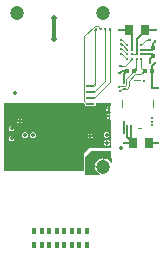
<source format=gbr>
%TF.GenerationSoftware,Altium Limited,Altium Designer,18.0.12 (696)*%
G04 Layer_Physical_Order=3*
G04 Layer_Color=16711680*
%FSLAX45Y45*%
%MOMM*%
%TF.FileFunction,Copper,L3,Bot,Signal*%
%TF.Part,Single*%
G01*
G75*
%TA.AperFunction,Conductor*%
%ADD20C,0.15000*%
%ADD21C,0.07500*%
%ADD25C,0.10000*%
%ADD26C,0.30000*%
%TA.AperFunction,ComponentPad*%
G04:AMPARAMS|DCode=29|XSize=0.3mm|YSize=0.3mm|CornerRadius=0mm|HoleSize=0mm|Usage=FLASHONLY|Rotation=180.000|XOffset=0mm|YOffset=0mm|HoleType=Round|Shape=Octagon|*
%AMOCTAGOND29*
4,1,8,-0.15000,0.07500,-0.15000,-0.07500,-0.07500,-0.15000,0.07500,-0.15000,0.15000,-0.07500,0.15000,0.07500,0.07500,0.15000,-0.07500,0.15000,-0.15000,0.07500,0.0*
%
%ADD29OCTAGOND29*%

%ADD30O,0.40000X0.60000*%
%TA.AperFunction,ViaPad*%
%ADD31C,1.20000*%
%TA.AperFunction,ComponentPad*%
G04:AMPARAMS|DCode=32|XSize=0.3mm|YSize=0.3mm|CornerRadius=0mm|HoleSize=0mm|Usage=FLASHONLY|Rotation=90.000|XOffset=0mm|YOffset=0mm|HoleType=Round|Shape=Octagon|*
%AMOCTAGOND32*
4,1,8,0.07500,0.15000,-0.07500,0.15000,-0.15000,0.07500,-0.15000,-0.07500,-0.07500,-0.15000,0.07500,-0.15000,0.15000,-0.07500,0.15000,0.07500,0.07500,0.15000,0.0*
%
%ADD32OCTAGOND32*%

%TA.AperFunction,ViaPad*%
%ADD33C,0.25000*%
%ADD35C,0.50000*%
%TA.AperFunction,BGAPad,CuDef*%
%ADD37C,0.20000*%
%TA.AperFunction,SMDPad,CuDef*%
%ADD38R,0.80000X0.25000*%
%TA.AperFunction,BGAPad,CuDef*%
%ADD39R,0.20000X0.20000*%
%TA.AperFunction,SMDPad,CuDef*%
%ADD40R,0.20000X0.11600*%
%ADD41R,0.20000X0.15000*%
%ADD42R,0.11600X0.11600*%
%ADD43R,0.80000X0.85000*%
%ADD44R,0.35000X0.30000*%
%ADD45R,0.30000X0.35000*%
%TA.AperFunction,NonConductor*%
%ADD46C,0.10000*%
G36*
X-34611Y1317800D02*
X-35112Y1317181D01*
X-35561Y1316318D01*
X-35956Y1315211D01*
X-36300Y1313861D01*
X-36590Y1312266D01*
X-37012Y1308345D01*
X-37223Y1303449D01*
X-37250Y1300635D01*
X-67250Y1301385D01*
X-67273Y1304205D01*
X-67838Y1313021D01*
X-68097Y1314609D01*
X-68403Y1315951D01*
X-68756Y1317047D01*
X-69156Y1317897D01*
X-69603Y1318500D01*
X-34611Y1317800D01*
D02*
G37*
G36*
X329739Y1255636D02*
X330621Y1254965D01*
X331565Y1254375D01*
X332570Y1253865D01*
X333635Y1253436D01*
X334761Y1253088D01*
X335949Y1252820D01*
X337196Y1252633D01*
X338505Y1252526D01*
X339875Y1252500D01*
X327501Y1240125D01*
X327475Y1241495D01*
X327368Y1242804D01*
X327180Y1244052D01*
X326912Y1245239D01*
X326564Y1246365D01*
X326135Y1247431D01*
X325625Y1248435D01*
X325035Y1249379D01*
X324365Y1250262D01*
X323614Y1251084D01*
X328917Y1256387D01*
X329739Y1255636D01*
D02*
G37*
G36*
X299771Y1227502D02*
X299308Y1227463D01*
X298795Y1227330D01*
X298233Y1227101D01*
X297620Y1226779D01*
X296958Y1226362D01*
X296246Y1225850D01*
X294672Y1224544D01*
X292899Y1222860D01*
X287595Y1228164D01*
X288175Y1228777D01*
X288666Y1229369D01*
X289069Y1229941D01*
X289383Y1230491D01*
X289610Y1231020D01*
X289747Y1231529D01*
X289796Y1232017D01*
X289757Y1232483D01*
X289630Y1232929D01*
X289414Y1233353D01*
X299771Y1227502D01*
D02*
G37*
G36*
X801073Y1221250D02*
X800767Y1221488D01*
X800339Y1221700D01*
X799787Y1221888D01*
X799113Y1222050D01*
X798317Y1222188D01*
X796358Y1222388D01*
X793908Y1222488D01*
X792500Y1222500D01*
Y1237500D01*
X793908Y1237513D01*
X798317Y1237813D01*
X799113Y1237950D01*
X799787Y1238113D01*
X800339Y1238300D01*
X800767Y1238513D01*
X801073Y1238750D01*
Y1221250D01*
D02*
G37*
G36*
X509233Y1238513D02*
X509662Y1238300D01*
X510213Y1238113D01*
X510887Y1237950D01*
X511683Y1237813D01*
X513642Y1237612D01*
X516092Y1237513D01*
X517500Y1237500D01*
Y1222500D01*
X516092Y1222488D01*
X511683Y1222188D01*
X510887Y1222050D01*
X510213Y1221888D01*
X509662Y1221700D01*
X509233Y1221488D01*
X508927Y1221250D01*
Y1238750D01*
X509233Y1238513D01*
D02*
G37*
G36*
X427800Y1230086D02*
X426950Y1229085D01*
X426200Y1228070D01*
X425550Y1227041D01*
X425000Y1225999D01*
X424550Y1224942D01*
X424200Y1223871D01*
X423950Y1222787D01*
X423800Y1221688D01*
X423750Y1220576D01*
X416250D01*
X416200Y1221688D01*
X416050Y1222787D01*
X415800Y1223871D01*
X415450Y1224942D01*
X415000Y1225999D01*
X414450Y1227041D01*
X413800Y1228070D01*
X413050Y1229085D01*
X412200Y1230086D01*
X411250Y1231073D01*
X428750D01*
X427800Y1230086D01*
D02*
G37*
G36*
X387800D02*
X386950Y1229085D01*
X386200Y1228070D01*
X385550Y1227041D01*
X385000Y1225999D01*
X384550Y1224942D01*
X384200Y1223871D01*
X383950Y1222787D01*
X383800Y1221688D01*
X383750Y1220576D01*
X376250D01*
X376200Y1221688D01*
X376050Y1222787D01*
X375800Y1223871D01*
X375450Y1224942D01*
X375000Y1225999D01*
X374450Y1227041D01*
X373800Y1228070D01*
X373050Y1229085D01*
X372200Y1230086D01*
X371250Y1231073D01*
X388750D01*
X387800Y1230086D01*
D02*
G37*
G36*
X759846Y1243575D02*
X760295Y1242300D01*
X761045Y1241175D01*
X762096Y1240200D01*
X763446Y1239375D01*
X765095Y1238700D01*
X767045Y1238175D01*
X769295Y1237800D01*
X771846Y1237575D01*
X774695Y1237500D01*
Y1222500D01*
X771846Y1222425D01*
X769295Y1222200D01*
X767045Y1221825D01*
X765095Y1221300D01*
X763446Y1220625D01*
X762096Y1219800D01*
X761045Y1218825D01*
X760295Y1217700D01*
X759846Y1216425D01*
X759695Y1215000D01*
Y1245000D01*
X759846Y1243575D01*
D02*
G37*
G36*
X540610Y1215000D02*
X540457Y1216425D01*
X539998Y1217700D01*
X539233Y1218825D01*
X538161Y1219800D01*
X536784Y1220625D01*
X535100Y1221300D01*
X533111Y1221825D01*
X530815Y1222200D01*
X528213Y1222425D01*
X525305Y1222500D01*
Y1237500D01*
X528213Y1237575D01*
X530815Y1237800D01*
X533111Y1238175D01*
X535100Y1238700D01*
X536784Y1239375D01*
X538161Y1240200D01*
X539233Y1241175D01*
X539998Y1242300D01*
X540457Y1243575D01*
X540610Y1245000D01*
Y1215000D01*
D02*
G37*
G36*
X701518Y1188110D02*
X700379Y1188928D01*
X699021Y1189321D01*
X697446Y1189291D01*
X695652Y1188836D01*
X693640Y1187957D01*
X691409Y1186654D01*
X688961Y1184927D01*
X686294Y1182775D01*
X680305Y1177198D01*
X669699Y1187805D01*
X672699Y1190908D01*
X677427Y1196460D01*
X679154Y1198909D01*
X680458Y1201139D01*
X681337Y1203152D01*
X681791Y1204946D01*
X681822Y1206521D01*
X681428Y1207879D01*
X680610Y1209018D01*
X701518Y1188110D01*
D02*
G37*
G36*
X-37250Y1191865D02*
X-37226Y1189045D01*
X-36662Y1180229D01*
X-36403Y1178641D01*
X-36097Y1177299D01*
X-35744Y1176203D01*
X-35344Y1175353D01*
X-34896Y1174750D01*
X-69889Y1175450D01*
X-69388Y1176069D01*
X-68939Y1176932D01*
X-68543Y1178039D01*
X-68200Y1179390D01*
X-67910Y1180984D01*
X-67487Y1184905D01*
X-67276Y1189801D01*
X-67250Y1192615D01*
X-37250Y1191865D01*
D02*
G37*
G36*
X619695Y1187805D02*
X618328Y1187655D01*
X617105Y1187205D01*
X616026Y1186455D01*
X615090Y1185405D01*
X614299Y1184055D01*
X613651Y1182405D01*
X613147Y1180455D01*
X612788Y1178205D01*
X612572Y1175655D01*
X612500Y1172805D01*
X597500D01*
X597425Y1175699D01*
X597200Y1178290D01*
X596825Y1180578D01*
X596300Y1182563D01*
X595625Y1184245D01*
X594800Y1185624D01*
X593825Y1186700D01*
X592700Y1187473D01*
X591425Y1187943D01*
X590000Y1188110D01*
X619695Y1187805D01*
D02*
G37*
G36*
X752543Y1139969D02*
X751691Y1140555D01*
X750796Y1141080D01*
X749859Y1141543D01*
X748879Y1141945D01*
X747857Y1142284D01*
X746792Y1142562D01*
X745685Y1142779D01*
X744534Y1142933D01*
X743342Y1143025D01*
X742107Y1143056D01*
X740380Y1153056D01*
X741635Y1153098D01*
X742821Y1153224D01*
X743938Y1153434D01*
X744986Y1153728D01*
X745965Y1154106D01*
X746874Y1154568D01*
X747715Y1155114D01*
X748486Y1155744D01*
X749188Y1156458D01*
X749822Y1157255D01*
X752543Y1139969D01*
D02*
G37*
G36*
X521372Y1155343D02*
X522675Y1153484D01*
X524359Y1151381D01*
X527603Y1147771D01*
X530244Y1145061D01*
X526173Y1138525D01*
X525284Y1139336D01*
X524393Y1139994D01*
X523500Y1140500D01*
X522603Y1140853D01*
X521705Y1141053D01*
X520804Y1141101D01*
X519900Y1140996D01*
X518994Y1140738D01*
X518085Y1140327D01*
X517174Y1139764D01*
X520865Y1156182D01*
X521372Y1155343D01*
D02*
G37*
G36*
X801821Y1122630D02*
X801583Y1122550D01*
X801260Y1122368D01*
X800850Y1122084D01*
X800355Y1121697D01*
X798356Y1119922D01*
X795585Y1117225D01*
X782851Y1125705D01*
X783829Y1126707D01*
X786102Y1129341D01*
X786640Y1130094D01*
X787067Y1130786D01*
X787383Y1131415D01*
X787590Y1131982D01*
X787687Y1132487D01*
X787673Y1132929D01*
X801821Y1122630D01*
D02*
G37*
G36*
X652599Y1111501D02*
X637401D01*
X637420Y1111673D01*
X637436Y1112143D01*
X637500Y1126616D01*
X652500D01*
X652599Y1111501D01*
D02*
G37*
G36*
X612599D02*
X597400D01*
X597419Y1111673D01*
X597436Y1112143D01*
X597500Y1126616D01*
X612500D01*
X612599Y1111501D01*
D02*
G37*
G36*
X556643Y1118715D02*
X557522Y1117994D01*
X558431Y1117350D01*
X559370Y1116783D01*
X560339Y1116292D01*
X561337Y1115877D01*
X562365Y1115539D01*
X563422Y1115276D01*
X564509Y1115091D01*
X565626Y1114982D01*
X555019Y1104375D01*
X554910Y1105492D01*
X554725Y1106579D01*
X554463Y1107637D01*
X554124Y1108664D01*
X553710Y1109662D01*
X553218Y1110631D01*
X552651Y1111570D01*
X552007Y1112479D01*
X551286Y1113358D01*
X550490Y1114208D01*
X555793Y1119511D01*
X556643Y1118715D01*
D02*
G37*
G36*
X701730Y1114660D02*
X700547Y1113436D01*
X698515Y1111073D01*
X697666Y1109935D01*
X696929Y1108826D01*
X696303Y1107745D01*
X695789Y1106693D01*
X695387Y1105671D01*
X695096Y1104677D01*
X694916Y1103712D01*
X683710Y1114918D01*
X684675Y1115097D01*
X685669Y1115388D01*
X686692Y1115791D01*
X687744Y1116305D01*
X688824Y1116930D01*
X689933Y1117668D01*
X691072Y1118516D01*
X693434Y1120548D01*
X694659Y1121732D01*
X701730Y1114660D01*
D02*
G37*
G36*
X521372Y1115343D02*
X522675Y1113484D01*
X524359Y1111381D01*
X527603Y1107771D01*
X530244Y1105061D01*
X526173Y1098525D01*
X525284Y1099336D01*
X524393Y1099994D01*
X523500Y1100500D01*
X522603Y1100853D01*
X521705Y1101053D01*
X520804Y1101101D01*
X519900Y1100996D01*
X518994Y1100738D01*
X518085Y1100327D01*
X517174Y1099764D01*
X520865Y1116182D01*
X521372Y1115343D01*
D02*
G37*
G36*
X792572Y1104345D02*
X792788Y1101795D01*
X793148Y1099545D01*
X793652Y1097595D01*
X794299Y1095945D01*
X795091Y1094595D01*
X796026Y1093545D01*
X797105Y1092795D01*
X798329Y1092345D01*
X799696Y1092195D01*
X770305D01*
X771672Y1092345D01*
X772896Y1092795D01*
X773975Y1093545D01*
X774910Y1094595D01*
X775702Y1095945D01*
X776349Y1097595D01*
X776853Y1099545D01*
X777213Y1101795D01*
X777428Y1104345D01*
X777501Y1107195D01*
X792500D01*
X792572Y1104345D01*
D02*
G37*
G36*
X650248Y1099492D02*
X650196Y1098990D01*
X650192Y1098901D01*
X652924D01*
X652369Y1098092D01*
X651871Y1097183D01*
X651433Y1096176D01*
X651053Y1095068D01*
X650731Y1093862D01*
X650468Y1092556D01*
X650263Y1091151D01*
X650032Y1088080D01*
X650000Y1084410D01*
X640000D01*
X639911Y1088836D01*
X639737Y1091151D01*
X639532Y1092556D01*
X639269Y1093862D01*
X638947Y1095068D01*
X638567Y1096176D01*
X638129Y1097183D01*
X637631Y1098092D01*
X637076Y1098901D01*
X639709D01*
X639693Y1099700D01*
X650307D01*
X650248Y1099492D01*
D02*
G37*
G36*
X610248Y1099492D02*
X610196Y1098990D01*
X610192Y1098901D01*
X612924D01*
X612368Y1098092D01*
X611871Y1097183D01*
X611433Y1096176D01*
X611052Y1095068D01*
X610731Y1093862D01*
X610468Y1092556D01*
X610263Y1091151D01*
X610032Y1088080D01*
X610000Y1084410D01*
X600000D01*
X599911Y1088836D01*
X599737Y1091151D01*
X599532Y1092556D01*
X599269Y1093862D01*
X598947Y1095068D01*
X598567Y1096176D01*
X598128Y1097183D01*
X597631Y1098092D01*
X597076Y1098901D01*
X599709D01*
X599693Y1099700D01*
X610307D01*
X610248Y1099492D01*
D02*
G37*
G36*
X650029Y1081959D02*
X650263Y1078851D01*
X650468Y1077446D01*
X650731Y1076141D01*
X651053Y1074934D01*
X651433Y1073827D01*
X651871Y1072819D01*
X652369Y1071911D01*
X652924Y1071101D01*
X637076D01*
X637631Y1071911D01*
X638129Y1072819D01*
X638567Y1073827D01*
X638947Y1074934D01*
X639269Y1076141D01*
X639532Y1077446D01*
X639737Y1078851D01*
X639971Y1081959D01*
X640000Y1083662D01*
X650000D01*
X650029Y1081959D01*
D02*
G37*
G36*
X610029D02*
X610263Y1078851D01*
X610468Y1077446D01*
X610731Y1076141D01*
X611052Y1074934D01*
X611433Y1073827D01*
X611871Y1072819D01*
X612368Y1071911D01*
X612924Y1071101D01*
X597076D01*
X597631Y1071911D01*
X598128Y1072819D01*
X598567Y1073827D01*
X598947Y1074934D01*
X599269Y1076141D01*
X599532Y1077446D01*
X599737Y1078851D01*
X599971Y1081959D01*
X600000Y1083662D01*
X610000D01*
X610029Y1081959D01*
D02*
G37*
G36*
X556643Y1078715D02*
X557522Y1077995D01*
X558431Y1077350D01*
X559370Y1076783D01*
X560339Y1076292D01*
X561337Y1075877D01*
X562365Y1075539D01*
X563422Y1075276D01*
X564509Y1075091D01*
X565626Y1074982D01*
X555019Y1064375D01*
X554910Y1065492D01*
X554725Y1066579D01*
X554463Y1067637D01*
X554124Y1068664D01*
X553710Y1069663D01*
X553218Y1070631D01*
X552651Y1071570D01*
X552007Y1072479D01*
X551286Y1073358D01*
X550490Y1074208D01*
X555793Y1079511D01*
X556643Y1078715D01*
D02*
G37*
G36*
X521372Y1075343D02*
X522675Y1073484D01*
X524359Y1071381D01*
X527603Y1067771D01*
X530244Y1065061D01*
X526173Y1058525D01*
X525284Y1059336D01*
X524393Y1059994D01*
X523500Y1060500D01*
X522603Y1060853D01*
X521705Y1061053D01*
X520804Y1061101D01*
X519900Y1060996D01*
X518994Y1060738D01*
X518085Y1060327D01*
X517174Y1059764D01*
X520865Y1076182D01*
X521372Y1075343D01*
D02*
G37*
G36*
X770305Y1057805D02*
X770155Y1057747D01*
X769705Y1057695D01*
X768955Y1057650D01*
X755305Y1057500D01*
Y1072501D01*
X758195Y1072575D01*
X760782Y1072800D01*
X763068Y1073175D01*
X765051Y1073700D01*
X766733Y1074375D01*
X768112Y1075200D01*
X769189Y1076175D01*
X769965Y1077300D01*
X770438Y1078575D01*
X770610Y1080000D01*
X770305Y1057805D01*
D02*
G37*
G36*
X691672Y1072582D02*
X692142Y1072565D01*
X706615Y1072501D01*
X706613Y1057500D01*
X691500Y1057401D01*
X691500Y1072601D01*
X691672Y1072582D01*
D02*
G37*
G36*
X652369Y1058092D02*
X651871Y1057184D01*
X651433Y1056176D01*
X651053Y1055069D01*
X650731Y1053862D01*
X650468Y1052556D01*
X650263Y1051152D01*
X650029Y1048044D01*
X650000Y1046341D01*
X640000D01*
X639971Y1048044D01*
X639737Y1051152D01*
X639532Y1052556D01*
X639269Y1053862D01*
X638947Y1055069D01*
X638567Y1056176D01*
X638129Y1057184D01*
X637631Y1058092D01*
X637076Y1058901D01*
X652924D01*
X652369Y1058092D01*
D02*
G37*
G36*
X556643Y1038715D02*
X557522Y1037994D01*
X558431Y1037350D01*
X559370Y1036783D01*
X560339Y1036292D01*
X561337Y1035877D01*
X562365Y1035538D01*
X563422Y1035276D01*
X564509Y1035091D01*
X565626Y1034982D01*
X555019Y1024375D01*
X554910Y1025492D01*
X554725Y1026579D01*
X554463Y1027637D01*
X554124Y1028664D01*
X553710Y1029662D01*
X553218Y1030631D01*
X552651Y1031570D01*
X552007Y1032479D01*
X551286Y1033358D01*
X550490Y1034208D01*
X555793Y1039511D01*
X556643Y1038715D01*
D02*
G37*
G36*
X521372Y1035343D02*
X522675Y1033484D01*
X524359Y1031381D01*
X527603Y1027771D01*
X530244Y1025061D01*
X526173Y1018525D01*
X525284Y1019336D01*
X524393Y1019994D01*
X523500Y1020500D01*
X522603Y1020853D01*
X521705Y1021053D01*
X520804Y1021101D01*
X519900Y1020996D01*
X518994Y1020738D01*
X518085Y1020327D01*
X517174Y1019764D01*
X520865Y1036182D01*
X521372Y1035343D01*
D02*
G37*
G36*
X650029Y1041959D02*
X650263Y1038851D01*
X650468Y1037446D01*
X650731Y1036140D01*
X651053Y1034934D01*
X651433Y1033827D01*
X651871Y1032819D01*
X652369Y1031911D01*
X652924Y1031101D01*
X638900D01*
Y1017077D01*
X638091Y1017633D01*
X637182Y1018130D01*
X636174Y1018568D01*
X635067Y1018949D01*
X633861Y1019270D01*
X632555Y1019533D01*
X631150Y1019738D01*
X628042Y1019972D01*
X626340Y1020001D01*
Y1030001D01*
X628042Y1030030D01*
X631150Y1030264D01*
X632555Y1030469D01*
X633861Y1030732D01*
X635067Y1031054D01*
X636174Y1031434D01*
X637182Y1031873D01*
X637794Y1032207D01*
X638129Y1032819D01*
X638567Y1033827D01*
X638947Y1034934D01*
X639269Y1036140D01*
X639532Y1037446D01*
X639737Y1038851D01*
X639971Y1041959D01*
X640000Y1043661D01*
X650000D01*
X650029Y1041959D01*
D02*
G37*
G36*
X611909Y1032370D02*
X612818Y1031873D01*
X613826Y1031434D01*
X614933Y1031054D01*
X616139Y1030732D01*
X617445Y1030469D01*
X618850Y1030264D01*
X621957Y1030030D01*
X623660Y1030001D01*
Y1020001D01*
X621957Y1019972D01*
X618850Y1019738D01*
X617445Y1019533D01*
X616139Y1019270D01*
X614933Y1018949D01*
X613826Y1018568D01*
X612818Y1018130D01*
X611909Y1017633D01*
X611100Y1017077D01*
Y1032925D01*
X611909Y1032370D01*
D02*
G37*
G36*
X692078Y1032215D02*
X692668Y1032084D01*
X693539Y1031968D01*
X696127Y1031783D01*
X707522Y1031591D01*
X705409Y1016591D01*
X691216Y1017168D01*
X691770Y1032361D01*
X692078Y1032215D01*
D02*
G37*
G36*
X770579Y1011418D02*
X771337Y1013152D01*
X771791Y1014946D01*
X771822Y1016521D01*
X771428Y1017879D01*
X770610Y1019018D01*
X775464Y1014165D01*
X775483Y1014232D01*
X775561Y1014606D01*
X775483Y1014979D01*
X775333Y1015501D01*
X775163Y1015920D01*
X774973Y1016238D01*
X775783D01*
X775883Y1017338D01*
X775963Y1019503D01*
X775973Y1020739D01*
X785973D01*
X785982Y1019503D01*
X786182Y1016238D01*
X786972D01*
X786782Y1015920D01*
X786612Y1015501D01*
X786462Y1014979D01*
X786384Y1014606D01*
X786462Y1014232D01*
X786612Y1013710D01*
X786782Y1013291D01*
X786972Y1012973D01*
X786163D01*
X786062Y1011873D01*
X785982Y1009708D01*
X785973Y1008472D01*
X781156D01*
X791518Y998110D01*
X790379Y998928D01*
X789022Y999322D01*
X787446Y999291D01*
X785652Y998837D01*
X783640Y997958D01*
X781409Y996654D01*
X778961Y994927D01*
X776294Y992775D01*
X770305Y987199D01*
X759699Y997805D01*
X762699Y1000909D01*
X767427Y1006461D01*
X769154Y1008909D01*
X770305Y1010878D01*
X769966Y1011791D01*
X769191Y1012916D01*
X768114Y1013891D01*
X766734Y1014716D01*
X765053Y1015391D01*
X763069Y1015916D01*
X760783Y1016291D01*
X758195Y1016516D01*
X755305Y1016591D01*
Y1031591D01*
X770305Y1032195D01*
X770579Y1011418D01*
D02*
G37*
G36*
X556643Y998715D02*
X557522Y997994D01*
X558431Y997350D01*
X559370Y996783D01*
X560339Y996292D01*
X561337Y995877D01*
X562365Y995539D01*
X563422Y995276D01*
X564509Y995091D01*
X565626Y994982D01*
X555019Y984375D01*
X554910Y985492D01*
X554725Y986579D01*
X554463Y987637D01*
X554124Y988664D01*
X553710Y989662D01*
X553218Y990631D01*
X552651Y991570D01*
X552007Y992479D01*
X551286Y993358D01*
X550490Y994208D01*
X555793Y999511D01*
X556643Y998715D01*
D02*
G37*
G36*
X606290Y975085D02*
X605324Y974905D01*
X604331Y974615D01*
X603308Y974212D01*
X602256Y973698D01*
X601176Y973072D01*
X600066Y972335D01*
X598928Y971486D01*
X596565Y969454D01*
X595341Y968271D01*
X588270Y975342D01*
X589453Y976567D01*
X591485Y978930D01*
X592334Y980068D01*
X593071Y981177D01*
X593696Y982258D01*
X594210Y983309D01*
X594613Y984332D01*
X594904Y985326D01*
X595083Y986291D01*
X606290Y975085D01*
D02*
G37*
G36*
X691788Y977520D02*
X691150Y976620D01*
X690587Y975687D01*
X690100Y974721D01*
X689687Y973722D01*
X689350Y972690D01*
X689088Y971625D01*
X688900Y970526D01*
X688788Y969395D01*
X688750Y968231D01*
X681250D01*
X681212Y969395D01*
X681100Y970526D01*
X680912Y971625D01*
X680650Y972690D01*
X680312Y973722D01*
X679900Y974721D01*
X679412Y975687D01*
X678850Y976620D01*
X678212Y977520D01*
X677500Y978387D01*
X692500D01*
X691788Y977520D01*
D02*
G37*
G36*
X764444Y969571D02*
X764450Y968149D01*
X764821Y961921D01*
X764920Y961564D01*
X765032Y961339D01*
X747745Y964060D01*
X748068Y964364D01*
X748357Y964789D01*
X748612Y965336D01*
X748833Y966005D01*
X749020Y966796D01*
X749172Y967708D01*
X749376Y969900D01*
X749428Y971178D01*
X749444Y972579D01*
X764444Y969571D01*
D02*
G37*
G36*
X800942Y937536D02*
X800625Y937463D01*
X800230Y937289D01*
X799759Y937011D01*
X799212Y936632D01*
X797887Y935565D01*
X796255Y934089D01*
X794317Y932203D01*
X782570Y941668D01*
X783551Y942671D01*
X785852Y945295D01*
X786405Y946041D01*
X786850Y946723D01*
X787187Y947341D01*
X787418Y947895D01*
X787541Y948384D01*
X787557Y948809D01*
X800942Y937536D01*
D02*
G37*
G36*
X514689Y933038D02*
X515505Y932400D01*
X516374Y931838D01*
X517296Y931350D01*
X518273Y930938D01*
X519302Y930600D01*
X520386Y930338D01*
X521522Y930150D01*
X522713Y930038D01*
X523957Y930000D01*
Y920000D01*
X522713Y919963D01*
X521522Y919850D01*
X520386Y919663D01*
X519302Y919400D01*
X518273Y919063D01*
X517296Y918650D01*
X516374Y918163D01*
X515505Y917600D01*
X514689Y916963D01*
X513927Y916250D01*
Y933750D01*
X514689Y933038D01*
D02*
G37*
G36*
X783185Y911788D02*
X783410Y909186D01*
X783785Y906890D01*
X784310Y904900D01*
X784985Y903217D01*
X785810Y901839D01*
X786785Y900768D01*
X787910Y900003D01*
X789185Y899544D01*
X790610Y899391D01*
X760610D01*
X762035Y899544D01*
X763310Y900003D01*
X764435Y900768D01*
X765410Y901839D01*
X766235Y903217D01*
X766910Y904900D01*
X767435Y906890D01*
X767810Y909186D01*
X768035Y911788D01*
X768110Y914695D01*
X783110D01*
X783185Y911788D01*
D02*
G37*
G36*
X642195Y899695D02*
X631190Y899391D01*
X631902Y899487D01*
X632540Y899736D01*
X633103Y900137D01*
X633590Y900689D01*
X634003Y901394D01*
X634340Y902250D01*
X634602Y903259D01*
X634790Y904419D01*
X634902Y905731D01*
X634940Y907196D01*
X642440D01*
X642195Y899695D01*
D02*
G37*
G36*
X699343Y903514D02*
X702101Y901180D01*
X703321Y900332D01*
X704434Y899695D01*
X705442Y899271D01*
X706344Y899059D01*
X707139D01*
X707829Y899271D01*
X708412Y899695D01*
X697805Y889089D01*
X698229Y889672D01*
X698442Y890361D01*
Y891157D01*
X698229Y892059D01*
X697805Y893066D01*
X697169Y894180D01*
X696320Y895400D01*
X695260Y896726D01*
X692502Y899695D01*
X697805Y904999D01*
X699343Y903514D01*
D02*
G37*
G36*
X517772Y869416D02*
X516771Y868406D01*
X512629Y863741D01*
X512447Y863417D01*
X512367Y863180D01*
X502068Y877328D01*
X502510Y877314D01*
X503015Y877410D01*
X503582Y877617D01*
X504212Y877934D01*
X504903Y878361D01*
X505657Y878898D01*
X507350Y880303D01*
X508290Y881171D01*
X509293Y882150D01*
X517772Y869416D01*
D02*
G37*
G36*
X708412Y870305D02*
X707829Y870729D01*
X707139Y870942D01*
X706344D01*
X705442Y870729D01*
X704434Y870305D01*
X703321Y869669D01*
X702101Y868820D01*
X700775Y867760D01*
X697805Y865002D01*
X692502Y870305D01*
X693987Y871843D01*
X696320Y874601D01*
X697169Y875821D01*
X697805Y876934D01*
X698229Y877942D01*
X698442Y878844D01*
Y879639D01*
X698229Y880328D01*
X697805Y880912D01*
X708412Y870305D01*
D02*
G37*
G36*
X617858D02*
X617299Y870754D01*
X616629Y870986D01*
X615847Y871000D01*
X614954Y870796D01*
X613949Y870374D01*
X612833Y869735D01*
X611605Y868878D01*
X610265Y867804D01*
X607251Y865002D01*
X602502Y870860D01*
X603962Y872373D01*
X606262Y875097D01*
X607102Y876309D01*
X607736Y877419D01*
X608163Y878430D01*
X608383Y879340D01*
X608397Y880149D01*
X608205Y880858D01*
X607805Y881466D01*
X617858Y870305D01*
D02*
G37*
G36*
X547805Y883563D02*
X548654Y885579D01*
X549078Y887382D01*
Y888973D01*
X548654Y890352D01*
X547805Y891518D01*
X569018Y870305D01*
X567852Y871154D01*
X566473Y871578D01*
X564882D01*
X563079Y871154D01*
X561064Y870305D01*
X558836Y869032D01*
X556397Y867335D01*
X553745Y865214D01*
X547805Y859699D01*
X537199Y870305D01*
X540169Y873381D01*
X542612Y876268D01*
X542405Y876349D01*
X540455Y876853D01*
X538205Y877212D01*
X535655Y877428D01*
X532805Y877500D01*
Y892500D01*
X535655Y892572D01*
X538205Y892788D01*
X540455Y893148D01*
X542405Y893652D01*
X544055Y894299D01*
X545405Y895090D01*
X546455Y896026D01*
X547205Y897105D01*
X547655Y898328D01*
X547805Y899695D01*
Y883563D01*
D02*
G37*
G36*
X786875Y870457D02*
X785600Y869998D01*
X784475Y869232D01*
X783500Y868161D01*
X782675Y866784D01*
X782000Y865100D01*
X781475Y863111D01*
X781100Y860815D01*
X780875Y858213D01*
X780800Y855305D01*
X765800D01*
X765725Y858213D01*
X765500Y860815D01*
X765125Y863111D01*
X764600Y865100D01*
X763925Y866784D01*
X763100Y868161D01*
X762125Y869232D01*
X761000Y869998D01*
X759725Y870457D01*
X758300Y870610D01*
X788300D01*
X786875Y870457D01*
D02*
G37*
G36*
X542522Y803845D02*
X543049Y795445D01*
X543291Y794095D01*
X543576Y793045D01*
X543905Y792295D01*
X544278Y791845D01*
X544695Y791695D01*
X525305D01*
X525722Y791845D01*
X526095Y792295D01*
X526425Y793045D01*
X526710Y794095D01*
X526951Y795445D01*
X527149Y797095D01*
X527412Y801295D01*
X527500Y806695D01*
X542500D01*
X542522Y803845D01*
D02*
G37*
G36*
X781296Y775370D02*
X761905D01*
X762645Y775520D01*
X763307Y775970D01*
X763892Y776720D01*
X764398Y777770D01*
X764827Y779120D01*
X765177Y780770D01*
X765450Y782720D01*
X765644Y784970D01*
X765800Y790370D01*
X780800D01*
X781296Y775370D01*
D02*
G37*
G36*
X293692Y767195D02*
X282747Y766890D01*
X283459Y766987D01*
X284097Y767236D01*
X284660Y767637D01*
X285147Y768189D01*
X285559Y768894D01*
X285897Y769750D01*
X286159Y770758D01*
X286347Y771919D01*
X286459Y773231D01*
X286497Y774695D01*
X293997D01*
X293692Y767195D01*
D02*
G37*
G36*
X548980Y756319D02*
X548166Y756314D01*
X545381Y756127D01*
X545081Y756058D01*
X544867Y755977D01*
X544738Y755887D01*
X544695Y755785D01*
Y763515D01*
X544738Y763573D01*
X544867Y763624D01*
X545081Y763670D01*
X545381Y763710D01*
X546238Y763771D01*
X548980Y763819D01*
Y756319D01*
D02*
G37*
G36*
X525305Y752525D02*
X525230Y752856D01*
X525005Y753153D01*
X524630Y753415D01*
X524105Y753641D01*
X523430Y753833D01*
X522605Y753990D01*
X521630Y754113D01*
X519230Y754252D01*
X517805Y754270D01*
Y761770D01*
X519230Y761787D01*
X522605Y762049D01*
X523430Y762206D01*
X524105Y762398D01*
X524630Y762625D01*
X525005Y762886D01*
X525230Y763183D01*
X525305Y763515D01*
Y752525D01*
D02*
G37*
G36*
X817368Y730100D02*
X817128Y730228D01*
X816757Y730342D01*
X816255Y730443D01*
X815622Y730530D01*
X813962Y730665D01*
X809068Y730772D01*
X806413Y745772D01*
X807814Y745789D01*
X811287Y746038D01*
X812202Y746187D01*
X812995Y746370D01*
X813666Y746586D01*
X814215Y746835D01*
X814643Y747117D01*
X814950Y747432D01*
X817368Y730100D01*
D02*
G37*
G36*
X544770Y741788D02*
X544995Y741150D01*
X545371Y740588D01*
X545895Y740100D01*
X546570Y739688D01*
X547395Y739350D01*
X548371Y739088D01*
X549495Y738900D01*
X550771Y738788D01*
X552195Y738750D01*
Y731250D01*
X550771Y731212D01*
X549495Y731100D01*
X548371Y730912D01*
X547395Y730650D01*
X546570Y730312D01*
X545895Y729900D01*
X545371Y729413D01*
X544995Y728850D01*
X544770Y728212D01*
X544695Y727500D01*
Y742500D01*
X544770Y741788D01*
D02*
G37*
G36*
X781446Y746151D02*
X781896Y746071D01*
X782646Y746001D01*
X786696Y745847D01*
X796296Y745772D01*
Y730772D01*
X793446Y730733D01*
X786696Y730145D01*
X785046Y729792D01*
X783696Y729360D01*
X782646Y728850D01*
X781896Y728262D01*
X781446Y727595D01*
X781296Y726849D01*
Y746240D01*
X781446Y746151D01*
D02*
G37*
G36*
X298996Y717195D02*
X297480Y715630D01*
X295086Y712836D01*
X294207Y711606D01*
X293540Y710490D01*
X293085Y709485D01*
X292842Y708593D01*
X292812Y707812D01*
X292994Y707144D01*
X293388Y706588D01*
X283086Y716890D01*
X283642Y716497D01*
X284310Y716315D01*
X285090Y716345D01*
X285982Y716588D01*
X286987Y717043D01*
X288104Y717710D01*
X289333Y718589D01*
X290674Y719680D01*
X293692Y722498D01*
X298996Y717195D01*
D02*
G37*
G36*
X517637Y723583D02*
X516885Y722761D01*
X516215Y721879D01*
X515625Y720935D01*
X515115Y719930D01*
X514686Y718865D01*
X514338Y717739D01*
X514070Y716552D01*
X513882Y715304D01*
X513775Y713995D01*
X513749Y712625D01*
X501375Y724999D01*
X502745Y725025D01*
X504054Y725132D01*
X505302Y725320D01*
X506489Y725588D01*
X507615Y725936D01*
X508680Y726365D01*
X509685Y726875D01*
X510629Y727465D01*
X511511Y728135D01*
X512333Y728887D01*
X517637Y723583D01*
D02*
G37*
G36*
X298996Y667195D02*
X297480Y665630D01*
X295086Y662836D01*
X294207Y661606D01*
X293540Y660490D01*
X293085Y659485D01*
X292842Y658593D01*
X292812Y657813D01*
X292994Y657144D01*
X293388Y656588D01*
X283086Y666890D01*
X283642Y666497D01*
X284310Y666315D01*
X285090Y666345D01*
X285982Y666588D01*
X286987Y667043D01*
X288104Y667710D01*
X289333Y668589D01*
X290674Y669680D01*
X293692Y672499D01*
X298996Y667195D01*
D02*
G37*
G36*
X215867Y620983D02*
X218662Y618589D01*
X219891Y617710D01*
X221007Y617043D01*
X222012Y616588D01*
X222905Y616345D01*
X223685Y616315D01*
X224353Y616497D01*
X224909Y616890D01*
X214607Y606588D01*
X215001Y607144D01*
X215182Y607812D01*
X215152Y608593D01*
X214909Y609485D01*
X214454Y610490D01*
X213787Y611606D01*
X212909Y612835D01*
X211817Y614177D01*
X208999Y617195D01*
X214302Y622498D01*
X215867Y620983D01*
D02*
G37*
G36*
X197295Y614000D02*
X206489Y606588D01*
X206497Y606568D01*
Y585000D01*
X301497D01*
Y614000D01*
X431881D01*
Y593105D01*
X419181Y586317D01*
X417869Y587193D01*
X416590Y587448D01*
Y565999D01*
Y544550D01*
X417869Y544805D01*
X427797Y537457D01*
X428518Y534537D01*
X428174Y530211D01*
X422500Y526205D01*
Y500000D01*
Y475856D01*
X429956Y471286D01*
X431881Y468944D01*
Y237482D01*
X422888Y228514D01*
X244129Y229000D01*
X200000Y184871D01*
X200000Y36000D01*
X130118D01*
X125001Y38119D01*
X-92501D01*
X-97618Y36000D01*
X-478250Y35999D01*
Y614000D01*
X197295Y614000D01*
D02*
G37*
G36*
X544278Y432294D02*
X543905Y431844D01*
X543576Y431094D01*
X543291Y430044D01*
X543049Y428694D01*
X542851Y427044D01*
X542588Y422844D01*
X542500Y417444D01*
X527500D01*
X527478Y420294D01*
X526951Y428694D01*
X526710Y430044D01*
X526425Y431094D01*
X526095Y431844D01*
X525722Y432294D01*
X525305Y432444D01*
X544695D01*
X544278Y432294D01*
D02*
G37*
G36*
X608809Y408354D02*
X608435Y407904D01*
X608106Y407154D01*
X607821Y406104D01*
X607579Y404754D01*
X607382Y403104D01*
X607118Y398904D01*
X607031Y393504D01*
X592030D01*
X592008Y396354D01*
X591482Y404754D01*
X591240Y406104D01*
X590955Y407154D01*
X590625Y407904D01*
X590252Y408354D01*
X589835Y408504D01*
X609226D01*
X608809Y408354D01*
D02*
G37*
G36*
X569979D02*
X569605Y407904D01*
X569276Y407154D01*
X568991Y406104D01*
X568749Y404754D01*
X568552Y403104D01*
X568288Y398904D01*
X568201Y393504D01*
X553200D01*
X553178Y396354D01*
X552652Y404754D01*
X552410Y406104D01*
X552125Y407154D01*
X551795Y407904D01*
X551422Y408354D01*
X551005Y408504D01*
X570396D01*
X569979Y408354D01*
D02*
G37*
G36*
X542513Y374092D02*
X542813Y369683D01*
X542950Y368887D01*
X543113Y368213D01*
X543300Y367662D01*
X543513Y367233D01*
X543750Y366927D01*
X526250D01*
X526488Y367233D01*
X526700Y367662D01*
X526888Y368213D01*
X527050Y368887D01*
X527188Y369683D01*
X527388Y371642D01*
X527488Y374092D01*
X527500Y375500D01*
X542500D01*
X542513Y374092D01*
D02*
G37*
G36*
X607105Y331037D02*
X607331Y328435D01*
X607705Y326140D01*
X608230Y324150D01*
X608905Y322467D01*
X609730Y321089D01*
X610705Y320018D01*
X611830Y319253D01*
X613105Y318794D01*
X614530Y318640D01*
X590527D01*
X572055Y295232D01*
X572791Y296511D01*
X573128Y297978D01*
X573065Y299631D01*
X572603Y301472D01*
X571743Y303500D01*
X570482Y305714D01*
X568823Y308116D01*
X566764Y310705D01*
X564306Y313482D01*
X561448Y316445D01*
X569555Y329552D01*
X572743Y326470D01*
X578409Y321653D01*
X580886Y319918D01*
X583126Y318633D01*
X585128Y317797D01*
X586894Y317410D01*
X588422Y317473D01*
X589714Y317984D01*
X590434Y318640D01*
X584530D01*
X585955Y318794D01*
X587230Y319253D01*
X588355Y320018D01*
X589331Y321089D01*
X590156Y322467D01*
X590830Y324150D01*
X591355Y326140D01*
X591730Y328435D01*
X591955Y331037D01*
X592030Y333945D01*
X607031D01*
X607105Y331037D01*
D02*
G37*
G36*
X572055Y261750D02*
X571905Y263175D01*
X571455Y264450D01*
X570705Y265575D01*
X569655Y266550D01*
X568305Y267375D01*
X566655Y268050D01*
X564705Y268575D01*
X562455Y268950D01*
X559905Y269175D01*
X557104Y269249D01*
X555842Y269237D01*
X551433Y268937D01*
X550637Y268800D01*
X549963Y268638D01*
X549412Y268450D01*
X548983Y268237D01*
X548677Y268000D01*
Y285500D01*
X548983Y285263D01*
X549412Y285050D01*
X549963Y284863D01*
X550637Y284700D01*
X551433Y284563D01*
X553392Y284362D01*
X555842Y284263D01*
X557104Y284251D01*
X559905Y284325D01*
X562455Y284550D01*
X564705Y284925D01*
X566655Y285450D01*
X568305Y286125D01*
X569655Y286950D01*
X570705Y287925D01*
X571455Y289050D01*
X571905Y290325D01*
X572055Y291750D01*
Y261750D01*
D02*
G37*
G36*
X817323Y268000D02*
X817017Y268237D01*
X816588Y268450D01*
X816037Y268638D01*
X815363Y268800D01*
X814567Y268937D01*
X812608Y269138D01*
X810158Y269237D01*
X808750Y269250D01*
Y284250D01*
X810158Y284263D01*
X814567Y284563D01*
X815363Y284700D01*
X816037Y284863D01*
X816588Y285050D01*
X817017Y285263D01*
X817323Y285500D01*
Y268000D01*
D02*
G37*
G36*
X791294Y290325D02*
X791753Y289050D01*
X792518Y287925D01*
X793589Y286950D01*
X794967Y286125D01*
X796650Y285450D01*
X798640Y284925D01*
X800935Y284550D01*
X803537Y284325D01*
X806445Y284250D01*
Y269250D01*
X803537Y269175D01*
X800935Y268950D01*
X798640Y268575D01*
X796650Y268050D01*
X794967Y267375D01*
X793589Y266550D01*
X792518Y265575D01*
X791753Y264450D01*
X791294Y263175D01*
X791140Y261750D01*
Y291750D01*
X791294Y290325D01*
D02*
G37*
G36*
X431881Y154999D02*
X434258Y149258D01*
X439999Y146881D01*
X439999D01*
Y110041D01*
X427299Y107515D01*
X426145Y110302D01*
X414925Y124925D01*
X400302Y136145D01*
X383274Y143198D01*
X372500Y144616D01*
Y75000D01*
X365000D01*
Y67500D01*
X295384D01*
X296802Y56727D01*
X303856Y39698D01*
X315076Y25076D01*
X329698Y13855D01*
X332489Y12700D01*
X329963Y-1D01*
X211000Y-0D01*
X211000Y155000D01*
X263000Y207000D01*
X431881D01*
Y154999D01*
D02*
G37*
%LPC*%
G36*
X401590Y587448D02*
X400311Y587193D01*
X392868Y582221D01*
X387896Y574778D01*
X387641Y573499D01*
X401590D01*
Y587448D01*
D02*
G37*
G36*
Y558499D02*
X387641D01*
X387896Y557220D01*
X392868Y549778D01*
X400311Y544805D01*
X401590Y544550D01*
Y558499D01*
D02*
G37*
G36*
X407500Y521449D02*
X406221Y521194D01*
X398779Y516221D01*
X393806Y508779D01*
X393551Y507500D01*
X407500D01*
Y521449D01*
D02*
G37*
G36*
Y492500D02*
X393551D01*
X393806Y491221D01*
X398779Y483779D01*
X406221Y478806D01*
X407500Y478551D01*
Y492500D01*
D02*
G37*
G36*
X-336250Y484449D02*
Y470500D01*
X-322301D01*
X-322556Y471779D01*
X-327528Y479222D01*
X-334971Y484194D01*
X-336250Y484449D01*
D02*
G37*
G36*
X-351250D02*
X-352529Y484194D01*
X-359971Y479222D01*
X-364944Y471779D01*
X-365199Y470500D01*
X-351250D01*
Y484449D01*
D02*
G37*
G36*
X-322301Y455500D02*
X-336250D01*
Y441551D01*
X-334971Y441806D01*
X-327528Y446779D01*
X-322556Y454221D01*
X-322301Y455500D01*
D02*
G37*
G36*
X-351250D02*
X-365199D01*
X-364944Y454221D01*
X-359971Y446779D01*
X-352529Y441806D01*
X-351250Y441551D01*
Y455500D01*
D02*
G37*
G36*
X-401000Y421000D02*
X-423500D01*
X-434750Y409750D01*
Y387250D01*
X-423500Y376000D01*
X-401000D01*
X-389750Y387250D01*
Y409750D01*
X-401000Y421000D01*
D02*
G37*
G36*
X260192Y356636D02*
Y342687D01*
X274141D01*
X273886Y343966D01*
X268913Y351408D01*
X261471Y356381D01*
X260192Y356636D01*
D02*
G37*
G36*
X245192D02*
X243913Y356381D01*
X236470Y351408D01*
X231498Y343966D01*
X231243Y342687D01*
X245192D01*
Y356636D01*
D02*
G37*
G36*
X402250Y365750D02*
X379750D01*
X368500Y354500D01*
Y332000D01*
X379750Y320750D01*
X402250D01*
X413500Y332000D01*
Y354500D01*
X402250Y365750D01*
D02*
G37*
G36*
X-221500D02*
X-244000D01*
X-255250Y354500D01*
Y332000D01*
X-244000Y320750D01*
X-221500D01*
X-210250Y332000D01*
Y354500D01*
X-221500Y365750D01*
D02*
G37*
G36*
X-289500D02*
X-312000D01*
X-323250Y354500D01*
Y332000D01*
X-312000Y320750D01*
X-289500D01*
X-278250Y332000D01*
Y354500D01*
X-289500Y365750D01*
D02*
G37*
G36*
X274141Y327687D02*
X260192D01*
Y313738D01*
X261471Y313993D01*
X268913Y318966D01*
X273886Y326408D01*
X274141Y327687D01*
D02*
G37*
G36*
X245192D02*
X231243D01*
X231498Y326408D01*
X236470Y318966D01*
X243913Y313993D01*
X245192Y313738D01*
Y327687D01*
D02*
G37*
G36*
X-401750Y338000D02*
X-424250D01*
X-435500Y326750D01*
Y304250D01*
X-424250Y293000D01*
X-401750D01*
X-390500Y304250D01*
Y326750D01*
X-401750Y338000D01*
D02*
G37*
G36*
X403500Y303000D02*
X398500D01*
Y285500D01*
X416000D01*
Y290500D01*
X403500Y303000D01*
D02*
G37*
G36*
X383500D02*
X378500D01*
X366000Y290500D01*
Y285500D01*
X383500D01*
Y303000D01*
D02*
G37*
G36*
X416000Y270500D02*
X398500D01*
Y253000D01*
X403500D01*
X416000Y265500D01*
Y270500D01*
D02*
G37*
G36*
X383500D02*
X366000D01*
Y265500D01*
X378500Y253000D01*
X383500D01*
Y270500D01*
D02*
G37*
G36*
X357500Y144616D02*
X346727Y143198D01*
X329698Y136145D01*
X315076Y124925D01*
X303856Y110302D01*
X296802Y93274D01*
X295384Y82500D01*
X357500D01*
Y144616D01*
D02*
G37*
%LPD*%
D20*
X539750Y276750D02*
X611750D01*
X535000Y447140D02*
Y453785D01*
Y442140D02*
Y447140D01*
Y358000D02*
Y442140D01*
X599530Y288970D02*
X611750Y276750D01*
X560700Y327800D02*
X599530Y288970D01*
X560700Y327800D02*
Y418200D01*
X599530Y288970D02*
Y418200D01*
X751750Y276750D02*
X826250D01*
X500000Y1230000D02*
X580000D01*
X535000Y857500D02*
X562501Y885000D01*
X535000Y782000D02*
Y857500D01*
X775610Y924102D02*
X800000Y948492D01*
X773328Y738272D02*
X823272D01*
X522750Y885000D02*
X565000D01*
X502750Y865000D02*
X522750Y885000D01*
X645000Y1152500D02*
X720000Y1227500D01*
X722500Y1230000D02*
X810000D01*
X773300Y766700D02*
Y883300D01*
X756944Y955825D02*
Y984444D01*
X785000Y1117248D02*
X800000Y1132248D01*
X785000Y1080002D02*
Y1117248D01*
X645000Y1105001D02*
Y1152500D01*
X775610Y885610D02*
Y924102D01*
X756944Y984444D02*
X780973Y1008472D01*
X685000Y1065000D02*
X775000D01*
X580000Y1220120D02*
X605000Y1195120D01*
Y1105001D02*
Y1195120D01*
X685910Y1024091D02*
X777620D01*
X780973Y1020739D01*
D21*
X502770Y758020D02*
X535000D01*
X493750Y749000D02*
X502770Y758020D01*
X523750Y735000D02*
X535000D01*
X501250Y712500D02*
X523750Y735000D01*
X535000Y758020D02*
X537050Y760069D01*
X420000Y793503D02*
Y1240000D01*
X510000Y1110001D02*
X520001D01*
X300000Y1235265D02*
Y1240000D01*
X202747Y1176335D02*
X290162Y1263751D01*
X202747Y628750D02*
Y1176335D01*
X290247Y1225512D02*
X300000Y1235265D01*
X316250Y1263751D02*
X340000Y1240000D01*
X290162Y1263751D02*
X316250D01*
X202747Y628750D02*
X226497Y605000D01*
X253997D01*
X290247Y763750D02*
Y1225512D01*
X253997Y755000D02*
X281497D01*
X290247Y763750D01*
X253997Y705000D02*
X281497D01*
X380000Y803503D01*
Y1240000D01*
X281497Y655000D02*
X420000Y793503D01*
X253997Y655000D02*
X281497D01*
X510000Y1030000D02*
X520001D01*
X565000Y985001D01*
X510000Y1070000D02*
X520001D01*
X565000Y1025001D01*
X520001Y1110001D02*
X565000Y1065001D01*
X510000Y1150000D02*
X520001D01*
X565000Y1105001D01*
X548980Y760069D02*
X556250Y767340D01*
X535000Y735000D02*
X560000D01*
X682501Y855000D02*
X712501Y885000D01*
X634681Y855000D02*
X682501D01*
X580000Y800319D02*
X634681Y855000D01*
X580000Y755000D02*
Y800319D01*
X560000Y735000D02*
X580000Y755000D01*
X621946Y885000D02*
X625000D01*
X556250Y819305D02*
X621946Y885000D01*
X556250Y767340D02*
Y819305D01*
X537050Y760069D02*
X548980D01*
X625000Y880470D02*
Y883300D01*
X625000Y885000D02*
X627500D01*
X685000Y912501D02*
Y985001D01*
Y912501D02*
X712501Y885000D01*
X645000Y981652D02*
Y985001D01*
X638690Y975341D02*
X645000Y981652D01*
X638690Y896190D02*
Y975341D01*
X627500Y885000D02*
X638690Y896190D01*
D25*
X505001Y925000D02*
X544999D01*
X800000Y948492D02*
Y950000D01*
X823272Y738272D02*
X825000Y740000D01*
X771600Y736545D02*
X773328Y738272D01*
X500000Y865000D02*
X502750D01*
X771600Y765000D02*
X773300Y766700D01*
X720000Y1227500D02*
Y1230000D01*
X755001Y953882D02*
X756944Y955825D01*
X758057Y1148056D02*
X760001Y1150000D01*
X800000Y1132248D02*
Y1134997D01*
X728055Y1148056D02*
X758057D01*
X685000Y1105001D02*
X728055Y1148056D01*
X780973Y1008472D02*
Y1020739D01*
X773300Y883300D02*
X775610Y885610D01*
X645000Y1063713D02*
X646288Y1065001D01*
X645000Y1105000D02*
X645000Y1105000D01*
X645000Y1065001D02*
Y1105000D01*
Y1025001D02*
Y1063713D01*
X605001Y1025000D02*
X605001Y1025001D01*
X646287D01*
X544999Y925000D02*
X605000Y985001D01*
Y1105000D02*
X605001Y1105000D01*
X605000Y1065001D02*
Y1105000D01*
X685000Y1025000D02*
X685910Y1024091D01*
D26*
X-52750Y1332250D02*
X-52250Y1331750D01*
Y1161429D02*
Y1331750D01*
X-52750Y1160929D02*
X-52250Y1161429D01*
D29*
X515000Y230500D02*
D03*
X-300750Y343250D02*
D03*
X-232750D02*
D03*
X-412250Y398500D02*
D03*
X-387819Y695000D02*
D03*
X391000Y278000D02*
D03*
Y343250D02*
D03*
D30*
X223977Y-592140D02*
D03*
X97027D02*
D03*
X-93473Y-472840D02*
D03*
X-156973D02*
D03*
X-220473D02*
D03*
X97027D02*
D03*
X33527D02*
D03*
X-29973D02*
D03*
X-93473Y-592140D02*
D03*
X-156973D02*
D03*
X-220473D02*
D03*
X-29973D02*
D03*
X33527D02*
D03*
X160477Y-472840D02*
D03*
Y-592140D02*
D03*
X223977Y-472840D02*
D03*
D31*
X-365000Y1375000D02*
D03*
X365000D02*
D03*
Y75000D02*
D03*
D32*
X-413000Y315500D02*
D03*
D33*
X493750Y749000D02*
D03*
X501250Y712500D02*
D03*
X539750Y276750D02*
D03*
X535000Y358000D02*
D03*
X826250Y276750D02*
D03*
X420000Y1240000D02*
D03*
X500000Y1230000D02*
D03*
X510000Y1110001D02*
D03*
X300000Y1240000D02*
D03*
X340000D02*
D03*
X380000D02*
D03*
X510000Y1150000D02*
D03*
Y1030000D02*
D03*
Y1070000D02*
D03*
X252692Y335187D02*
D03*
X415000Y500000D02*
D03*
X505001Y925000D02*
D03*
X825000Y740000D02*
D03*
X409090Y565999D02*
D03*
X500000Y865000D02*
D03*
X810000Y1230000D02*
D03*
X-343750Y463000D02*
D03*
X760001Y1150000D02*
D03*
X800000Y1134997D02*
D03*
X755001Y953882D02*
D03*
X800000Y950000D02*
D03*
D35*
X-51750Y1336000D02*
D03*
X-52750Y1157250D02*
D03*
D37*
X565000Y1065001D02*
D03*
Y985001D02*
D03*
Y1025001D02*
D03*
Y1105001D02*
D03*
X605000Y985001D02*
D03*
X645000D02*
D03*
X685000D02*
D03*
X605000Y1025001D02*
D03*
X645000D02*
D03*
X685000D02*
D03*
X605000Y1065001D02*
D03*
X645000D02*
D03*
X685000D02*
D03*
X605000Y1105001D02*
D03*
X645000D02*
D03*
X685000D02*
D03*
D38*
X253997Y755000D02*
D03*
Y705000D02*
D03*
Y655000D02*
D03*
Y605000D02*
D03*
D39*
X535000Y782000D02*
D03*
Y735000D02*
D03*
X771600Y426000D02*
D03*
Y485060D02*
D03*
X560700Y418200D02*
D03*
X599530D02*
D03*
X771600Y736545D02*
D03*
Y765675D02*
D03*
X535000Y453785D02*
D03*
Y442140D02*
D03*
X709950Y795800D02*
D03*
X771600Y755365D02*
D03*
D40*
X535000Y758020D02*
D03*
D41*
X771600Y455000D02*
D03*
D42*
Y755365D02*
D03*
X535000Y447140D02*
D03*
D43*
X611750Y276750D02*
D03*
X751750D02*
D03*
X720000Y1230000D02*
D03*
X580000D02*
D03*
D44*
X775000Y885000D02*
D03*
X715000D02*
D03*
X625000D02*
D03*
X565000D02*
D03*
D45*
X785000Y1015000D02*
D03*
Y1075000D02*
D03*
D46*
X623301Y812000D02*
X677049D01*
X788300Y577000D02*
Y637000D01*
X518300Y577000D02*
Y637000D01*
X655650Y402000D02*
X683300D01*
%TF.MD5,f10762d4da70350582ec80241b5d05ff*%
M02*

</source>
